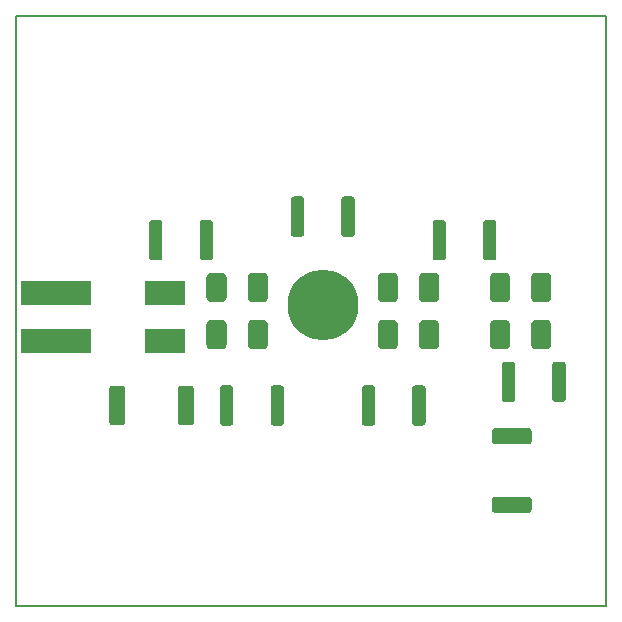
<source format=gbp>
%TF.GenerationSoftware,KiCad,Pcbnew,(6.0.0-rc1-dev-1-g01c5bdfb8)*%
%TF.CreationDate,2019-02-25T13:54:40+01:00*%
%TF.ProjectId,Statikplatte,53746174696B706C617474652E6B6963,rev?*%
%TF.SameCoordinates,Original*%
%TF.FileFunction,Paste,Bot*%
%TF.FilePolarity,Positive*%
%FSLAX46Y46*%
G04 Gerber Fmt 4.6, Leading zero omitted, Abs format (unit mm)*
G04 Created by KiCad (PCBNEW (6.0.0-rc1-dev-1-g01c5bdfb8)) date Mon Feb 25 13:54:40 2019*
%MOMM*%
%LPD*%
G01*
G04 APERTURE LIST*
%ADD10C,0.150000*%
%ADD11C,0.100000*%
%ADD12C,1.350000*%
%ADD13R,3.500000X2.000000*%
%ADD14R,6.000000X2.000000*%
%ADD15C,6.000000*%
%ADD16C,1.125000*%
%ADD17C,1.700000*%
G04 APERTURE END LIST*
D10*
X125000000Y-75000000D02*
X175000000Y-75000000D01*
X175000000Y-75000000D02*
X175000000Y-125000000D01*
X125000000Y-125000000D02*
X175000000Y-125000000D01*
X125000000Y-75000000D02*
X125000000Y-125000000D01*
D11*
G36*
X168449505Y-109926204D02*
X168473773Y-109929804D01*
X168497572Y-109935765D01*
X168520671Y-109944030D01*
X168542850Y-109954520D01*
X168563893Y-109967132D01*
X168583599Y-109981747D01*
X168601777Y-109998223D01*
X168618253Y-110016401D01*
X168632868Y-110036107D01*
X168645480Y-110057150D01*
X168655970Y-110079329D01*
X168664235Y-110102428D01*
X168670196Y-110126227D01*
X168673796Y-110150495D01*
X168675000Y-110174999D01*
X168675000Y-111025001D01*
X168673796Y-111049505D01*
X168670196Y-111073773D01*
X168664235Y-111097572D01*
X168655970Y-111120671D01*
X168645480Y-111142850D01*
X168632868Y-111163893D01*
X168618253Y-111183599D01*
X168601777Y-111201777D01*
X168583599Y-111218253D01*
X168563893Y-111232868D01*
X168542850Y-111245480D01*
X168520671Y-111255970D01*
X168497572Y-111264235D01*
X168473773Y-111270196D01*
X168449505Y-111273796D01*
X168425001Y-111275000D01*
X165574999Y-111275000D01*
X165550495Y-111273796D01*
X165526227Y-111270196D01*
X165502428Y-111264235D01*
X165479329Y-111255970D01*
X165457150Y-111245480D01*
X165436107Y-111232868D01*
X165416401Y-111218253D01*
X165398223Y-111201777D01*
X165381747Y-111183599D01*
X165367132Y-111163893D01*
X165354520Y-111142850D01*
X165344030Y-111120671D01*
X165335765Y-111097572D01*
X165329804Y-111073773D01*
X165326204Y-111049505D01*
X165325000Y-111025001D01*
X165325000Y-110174999D01*
X165326204Y-110150495D01*
X165329804Y-110126227D01*
X165335765Y-110102428D01*
X165344030Y-110079329D01*
X165354520Y-110057150D01*
X165367132Y-110036107D01*
X165381747Y-110016401D01*
X165398223Y-109998223D01*
X165416401Y-109981747D01*
X165436107Y-109967132D01*
X165457150Y-109954520D01*
X165479329Y-109944030D01*
X165502428Y-109935765D01*
X165526227Y-109929804D01*
X165550495Y-109926204D01*
X165574999Y-109925000D01*
X168425001Y-109925000D01*
X168449505Y-109926204D01*
X168449505Y-109926204D01*
G37*
D12*
X167000000Y-110600000D03*
D11*
G36*
X168449505Y-115726204D02*
X168473773Y-115729804D01*
X168497572Y-115735765D01*
X168520671Y-115744030D01*
X168542850Y-115754520D01*
X168563893Y-115767132D01*
X168583599Y-115781747D01*
X168601777Y-115798223D01*
X168618253Y-115816401D01*
X168632868Y-115836107D01*
X168645480Y-115857150D01*
X168655970Y-115879329D01*
X168664235Y-115902428D01*
X168670196Y-115926227D01*
X168673796Y-115950495D01*
X168675000Y-115974999D01*
X168675000Y-116825001D01*
X168673796Y-116849505D01*
X168670196Y-116873773D01*
X168664235Y-116897572D01*
X168655970Y-116920671D01*
X168645480Y-116942850D01*
X168632868Y-116963893D01*
X168618253Y-116983599D01*
X168601777Y-117001777D01*
X168583599Y-117018253D01*
X168563893Y-117032868D01*
X168542850Y-117045480D01*
X168520671Y-117055970D01*
X168497572Y-117064235D01*
X168473773Y-117070196D01*
X168449505Y-117073796D01*
X168425001Y-117075000D01*
X165574999Y-117075000D01*
X165550495Y-117073796D01*
X165526227Y-117070196D01*
X165502428Y-117064235D01*
X165479329Y-117055970D01*
X165457150Y-117045480D01*
X165436107Y-117032868D01*
X165416401Y-117018253D01*
X165398223Y-117001777D01*
X165381747Y-116983599D01*
X165367132Y-116963893D01*
X165354520Y-116942850D01*
X165344030Y-116920671D01*
X165335765Y-116897572D01*
X165329804Y-116873773D01*
X165326204Y-116849505D01*
X165325000Y-116825001D01*
X165325000Y-115974999D01*
X165326204Y-115950495D01*
X165329804Y-115926227D01*
X165335765Y-115902428D01*
X165344030Y-115879329D01*
X165354520Y-115857150D01*
X165367132Y-115836107D01*
X165381747Y-115816401D01*
X165398223Y-115798223D01*
X165416401Y-115781747D01*
X165436107Y-115767132D01*
X165457150Y-115754520D01*
X165479329Y-115744030D01*
X165502428Y-115735765D01*
X165526227Y-115729804D01*
X165550495Y-115726204D01*
X165574999Y-115725000D01*
X168425001Y-115725000D01*
X168449505Y-115726204D01*
X168449505Y-115726204D01*
G37*
D12*
X167000000Y-116400000D03*
D11*
G36*
X139849505Y-106326204D02*
X139873773Y-106329804D01*
X139897572Y-106335765D01*
X139920671Y-106344030D01*
X139942850Y-106354520D01*
X139963893Y-106367132D01*
X139983599Y-106381747D01*
X140001777Y-106398223D01*
X140018253Y-106416401D01*
X140032868Y-106436107D01*
X140045480Y-106457150D01*
X140055970Y-106479329D01*
X140064235Y-106502428D01*
X140070196Y-106526227D01*
X140073796Y-106550495D01*
X140075000Y-106574999D01*
X140075000Y-109425001D01*
X140073796Y-109449505D01*
X140070196Y-109473773D01*
X140064235Y-109497572D01*
X140055970Y-109520671D01*
X140045480Y-109542850D01*
X140032868Y-109563893D01*
X140018253Y-109583599D01*
X140001777Y-109601777D01*
X139983599Y-109618253D01*
X139963893Y-109632868D01*
X139942850Y-109645480D01*
X139920671Y-109655970D01*
X139897572Y-109664235D01*
X139873773Y-109670196D01*
X139849505Y-109673796D01*
X139825001Y-109675000D01*
X138974999Y-109675000D01*
X138950495Y-109673796D01*
X138926227Y-109670196D01*
X138902428Y-109664235D01*
X138879329Y-109655970D01*
X138857150Y-109645480D01*
X138836107Y-109632868D01*
X138816401Y-109618253D01*
X138798223Y-109601777D01*
X138781747Y-109583599D01*
X138767132Y-109563893D01*
X138754520Y-109542850D01*
X138744030Y-109520671D01*
X138735765Y-109497572D01*
X138729804Y-109473773D01*
X138726204Y-109449505D01*
X138725000Y-109425001D01*
X138725000Y-106574999D01*
X138726204Y-106550495D01*
X138729804Y-106526227D01*
X138735765Y-106502428D01*
X138744030Y-106479329D01*
X138754520Y-106457150D01*
X138767132Y-106436107D01*
X138781747Y-106416401D01*
X138798223Y-106398223D01*
X138816401Y-106381747D01*
X138836107Y-106367132D01*
X138857150Y-106354520D01*
X138879329Y-106344030D01*
X138902428Y-106335765D01*
X138926227Y-106329804D01*
X138950495Y-106326204D01*
X138974999Y-106325000D01*
X139825001Y-106325000D01*
X139849505Y-106326204D01*
X139849505Y-106326204D01*
G37*
D12*
X139400000Y-108000000D03*
D11*
G36*
X134049505Y-106326204D02*
X134073773Y-106329804D01*
X134097572Y-106335765D01*
X134120671Y-106344030D01*
X134142850Y-106354520D01*
X134163893Y-106367132D01*
X134183599Y-106381747D01*
X134201777Y-106398223D01*
X134218253Y-106416401D01*
X134232868Y-106436107D01*
X134245480Y-106457150D01*
X134255970Y-106479329D01*
X134264235Y-106502428D01*
X134270196Y-106526227D01*
X134273796Y-106550495D01*
X134275000Y-106574999D01*
X134275000Y-109425001D01*
X134273796Y-109449505D01*
X134270196Y-109473773D01*
X134264235Y-109497572D01*
X134255970Y-109520671D01*
X134245480Y-109542850D01*
X134232868Y-109563893D01*
X134218253Y-109583599D01*
X134201777Y-109601777D01*
X134183599Y-109618253D01*
X134163893Y-109632868D01*
X134142850Y-109645480D01*
X134120671Y-109655970D01*
X134097572Y-109664235D01*
X134073773Y-109670196D01*
X134049505Y-109673796D01*
X134025001Y-109675000D01*
X133174999Y-109675000D01*
X133150495Y-109673796D01*
X133126227Y-109670196D01*
X133102428Y-109664235D01*
X133079329Y-109655970D01*
X133057150Y-109645480D01*
X133036107Y-109632868D01*
X133016401Y-109618253D01*
X132998223Y-109601777D01*
X132981747Y-109583599D01*
X132967132Y-109563893D01*
X132954520Y-109542850D01*
X132944030Y-109520671D01*
X132935765Y-109497572D01*
X132929804Y-109473773D01*
X132926204Y-109449505D01*
X132925000Y-109425001D01*
X132925000Y-106574999D01*
X132926204Y-106550495D01*
X132929804Y-106526227D01*
X132935765Y-106502428D01*
X132944030Y-106479329D01*
X132954520Y-106457150D01*
X132967132Y-106436107D01*
X132981747Y-106416401D01*
X132998223Y-106398223D01*
X133016401Y-106381747D01*
X133036107Y-106367132D01*
X133057150Y-106354520D01*
X133079329Y-106344030D01*
X133102428Y-106335765D01*
X133126227Y-106329804D01*
X133150495Y-106326204D01*
X133174999Y-106325000D01*
X134025001Y-106325000D01*
X134049505Y-106326204D01*
X134049505Y-106326204D01*
G37*
D12*
X133600000Y-108000000D03*
D13*
X137625000Y-98500000D03*
X137625000Y-102500000D03*
D14*
X128375000Y-98500000D03*
X128375000Y-102500000D03*
D15*
X151000000Y-99500000D03*
D11*
G36*
X143199505Y-106301204D02*
X143223773Y-106304804D01*
X143247572Y-106310765D01*
X143270671Y-106319030D01*
X143292850Y-106329520D01*
X143313893Y-106342132D01*
X143333599Y-106356747D01*
X143351777Y-106373223D01*
X143368253Y-106391401D01*
X143382868Y-106411107D01*
X143395480Y-106432150D01*
X143405970Y-106454329D01*
X143414235Y-106477428D01*
X143420196Y-106501227D01*
X143423796Y-106525495D01*
X143425000Y-106549999D01*
X143425000Y-109450001D01*
X143423796Y-109474505D01*
X143420196Y-109498773D01*
X143414235Y-109522572D01*
X143405970Y-109545671D01*
X143395480Y-109567850D01*
X143382868Y-109588893D01*
X143368253Y-109608599D01*
X143351777Y-109626777D01*
X143333599Y-109643253D01*
X143313893Y-109657868D01*
X143292850Y-109670480D01*
X143270671Y-109680970D01*
X143247572Y-109689235D01*
X143223773Y-109695196D01*
X143199505Y-109698796D01*
X143175001Y-109700000D01*
X142549999Y-109700000D01*
X142525495Y-109698796D01*
X142501227Y-109695196D01*
X142477428Y-109689235D01*
X142454329Y-109680970D01*
X142432150Y-109670480D01*
X142411107Y-109657868D01*
X142391401Y-109643253D01*
X142373223Y-109626777D01*
X142356747Y-109608599D01*
X142342132Y-109588893D01*
X142329520Y-109567850D01*
X142319030Y-109545671D01*
X142310765Y-109522572D01*
X142304804Y-109498773D01*
X142301204Y-109474505D01*
X142300000Y-109450001D01*
X142300000Y-106549999D01*
X142301204Y-106525495D01*
X142304804Y-106501227D01*
X142310765Y-106477428D01*
X142319030Y-106454329D01*
X142329520Y-106432150D01*
X142342132Y-106411107D01*
X142356747Y-106391401D01*
X142373223Y-106373223D01*
X142391401Y-106356747D01*
X142411107Y-106342132D01*
X142432150Y-106329520D01*
X142454329Y-106319030D01*
X142477428Y-106310765D01*
X142501227Y-106304804D01*
X142525495Y-106301204D01*
X142549999Y-106300000D01*
X143175001Y-106300000D01*
X143199505Y-106301204D01*
X143199505Y-106301204D01*
G37*
D16*
X142862500Y-108000000D03*
D11*
G36*
X147474505Y-106301204D02*
X147498773Y-106304804D01*
X147522572Y-106310765D01*
X147545671Y-106319030D01*
X147567850Y-106329520D01*
X147588893Y-106342132D01*
X147608599Y-106356747D01*
X147626777Y-106373223D01*
X147643253Y-106391401D01*
X147657868Y-106411107D01*
X147670480Y-106432150D01*
X147680970Y-106454329D01*
X147689235Y-106477428D01*
X147695196Y-106501227D01*
X147698796Y-106525495D01*
X147700000Y-106549999D01*
X147700000Y-109450001D01*
X147698796Y-109474505D01*
X147695196Y-109498773D01*
X147689235Y-109522572D01*
X147680970Y-109545671D01*
X147670480Y-109567850D01*
X147657868Y-109588893D01*
X147643253Y-109608599D01*
X147626777Y-109626777D01*
X147608599Y-109643253D01*
X147588893Y-109657868D01*
X147567850Y-109670480D01*
X147545671Y-109680970D01*
X147522572Y-109689235D01*
X147498773Y-109695196D01*
X147474505Y-109698796D01*
X147450001Y-109700000D01*
X146824999Y-109700000D01*
X146800495Y-109698796D01*
X146776227Y-109695196D01*
X146752428Y-109689235D01*
X146729329Y-109680970D01*
X146707150Y-109670480D01*
X146686107Y-109657868D01*
X146666401Y-109643253D01*
X146648223Y-109626777D01*
X146631747Y-109608599D01*
X146617132Y-109588893D01*
X146604520Y-109567850D01*
X146594030Y-109545671D01*
X146585765Y-109522572D01*
X146579804Y-109498773D01*
X146576204Y-109474505D01*
X146575000Y-109450001D01*
X146575000Y-106549999D01*
X146576204Y-106525495D01*
X146579804Y-106501227D01*
X146585765Y-106477428D01*
X146594030Y-106454329D01*
X146604520Y-106432150D01*
X146617132Y-106411107D01*
X146631747Y-106391401D01*
X146648223Y-106373223D01*
X146666401Y-106356747D01*
X146686107Y-106342132D01*
X146707150Y-106329520D01*
X146729329Y-106319030D01*
X146752428Y-106310765D01*
X146776227Y-106304804D01*
X146800495Y-106301204D01*
X146824999Y-106300000D01*
X147450001Y-106300000D01*
X147474505Y-106301204D01*
X147474505Y-106301204D01*
G37*
D16*
X147137500Y-108000000D03*
D11*
G36*
X149199505Y-90301204D02*
X149223773Y-90304804D01*
X149247572Y-90310765D01*
X149270671Y-90319030D01*
X149292850Y-90329520D01*
X149313893Y-90342132D01*
X149333599Y-90356747D01*
X149351777Y-90373223D01*
X149368253Y-90391401D01*
X149382868Y-90411107D01*
X149395480Y-90432150D01*
X149405970Y-90454329D01*
X149414235Y-90477428D01*
X149420196Y-90501227D01*
X149423796Y-90525495D01*
X149425000Y-90549999D01*
X149425000Y-93450001D01*
X149423796Y-93474505D01*
X149420196Y-93498773D01*
X149414235Y-93522572D01*
X149405970Y-93545671D01*
X149395480Y-93567850D01*
X149382868Y-93588893D01*
X149368253Y-93608599D01*
X149351777Y-93626777D01*
X149333599Y-93643253D01*
X149313893Y-93657868D01*
X149292850Y-93670480D01*
X149270671Y-93680970D01*
X149247572Y-93689235D01*
X149223773Y-93695196D01*
X149199505Y-93698796D01*
X149175001Y-93700000D01*
X148549999Y-93700000D01*
X148525495Y-93698796D01*
X148501227Y-93695196D01*
X148477428Y-93689235D01*
X148454329Y-93680970D01*
X148432150Y-93670480D01*
X148411107Y-93657868D01*
X148391401Y-93643253D01*
X148373223Y-93626777D01*
X148356747Y-93608599D01*
X148342132Y-93588893D01*
X148329520Y-93567850D01*
X148319030Y-93545671D01*
X148310765Y-93522572D01*
X148304804Y-93498773D01*
X148301204Y-93474505D01*
X148300000Y-93450001D01*
X148300000Y-90549999D01*
X148301204Y-90525495D01*
X148304804Y-90501227D01*
X148310765Y-90477428D01*
X148319030Y-90454329D01*
X148329520Y-90432150D01*
X148342132Y-90411107D01*
X148356747Y-90391401D01*
X148373223Y-90373223D01*
X148391401Y-90356747D01*
X148411107Y-90342132D01*
X148432150Y-90329520D01*
X148454329Y-90319030D01*
X148477428Y-90310765D01*
X148501227Y-90304804D01*
X148525495Y-90301204D01*
X148549999Y-90300000D01*
X149175001Y-90300000D01*
X149199505Y-90301204D01*
X149199505Y-90301204D01*
G37*
D16*
X148862500Y-92000000D03*
D11*
G36*
X153474505Y-90301204D02*
X153498773Y-90304804D01*
X153522572Y-90310765D01*
X153545671Y-90319030D01*
X153567850Y-90329520D01*
X153588893Y-90342132D01*
X153608599Y-90356747D01*
X153626777Y-90373223D01*
X153643253Y-90391401D01*
X153657868Y-90411107D01*
X153670480Y-90432150D01*
X153680970Y-90454329D01*
X153689235Y-90477428D01*
X153695196Y-90501227D01*
X153698796Y-90525495D01*
X153700000Y-90549999D01*
X153700000Y-93450001D01*
X153698796Y-93474505D01*
X153695196Y-93498773D01*
X153689235Y-93522572D01*
X153680970Y-93545671D01*
X153670480Y-93567850D01*
X153657868Y-93588893D01*
X153643253Y-93608599D01*
X153626777Y-93626777D01*
X153608599Y-93643253D01*
X153588893Y-93657868D01*
X153567850Y-93670480D01*
X153545671Y-93680970D01*
X153522572Y-93689235D01*
X153498773Y-93695196D01*
X153474505Y-93698796D01*
X153450001Y-93700000D01*
X152824999Y-93700000D01*
X152800495Y-93698796D01*
X152776227Y-93695196D01*
X152752428Y-93689235D01*
X152729329Y-93680970D01*
X152707150Y-93670480D01*
X152686107Y-93657868D01*
X152666401Y-93643253D01*
X152648223Y-93626777D01*
X152631747Y-93608599D01*
X152617132Y-93588893D01*
X152604520Y-93567850D01*
X152594030Y-93545671D01*
X152585765Y-93522572D01*
X152579804Y-93498773D01*
X152576204Y-93474505D01*
X152575000Y-93450001D01*
X152575000Y-90549999D01*
X152576204Y-90525495D01*
X152579804Y-90501227D01*
X152585765Y-90477428D01*
X152594030Y-90454329D01*
X152604520Y-90432150D01*
X152617132Y-90411107D01*
X152631747Y-90391401D01*
X152648223Y-90373223D01*
X152666401Y-90356747D01*
X152686107Y-90342132D01*
X152707150Y-90329520D01*
X152729329Y-90319030D01*
X152752428Y-90310765D01*
X152776227Y-90304804D01*
X152800495Y-90301204D01*
X152824999Y-90300000D01*
X153450001Y-90300000D01*
X153474505Y-90301204D01*
X153474505Y-90301204D01*
G37*
D16*
X153137500Y-92000000D03*
D11*
G36*
X155199505Y-106301204D02*
X155223773Y-106304804D01*
X155247572Y-106310765D01*
X155270671Y-106319030D01*
X155292850Y-106329520D01*
X155313893Y-106342132D01*
X155333599Y-106356747D01*
X155351777Y-106373223D01*
X155368253Y-106391401D01*
X155382868Y-106411107D01*
X155395480Y-106432150D01*
X155405970Y-106454329D01*
X155414235Y-106477428D01*
X155420196Y-106501227D01*
X155423796Y-106525495D01*
X155425000Y-106549999D01*
X155425000Y-109450001D01*
X155423796Y-109474505D01*
X155420196Y-109498773D01*
X155414235Y-109522572D01*
X155405970Y-109545671D01*
X155395480Y-109567850D01*
X155382868Y-109588893D01*
X155368253Y-109608599D01*
X155351777Y-109626777D01*
X155333599Y-109643253D01*
X155313893Y-109657868D01*
X155292850Y-109670480D01*
X155270671Y-109680970D01*
X155247572Y-109689235D01*
X155223773Y-109695196D01*
X155199505Y-109698796D01*
X155175001Y-109700000D01*
X154549999Y-109700000D01*
X154525495Y-109698796D01*
X154501227Y-109695196D01*
X154477428Y-109689235D01*
X154454329Y-109680970D01*
X154432150Y-109670480D01*
X154411107Y-109657868D01*
X154391401Y-109643253D01*
X154373223Y-109626777D01*
X154356747Y-109608599D01*
X154342132Y-109588893D01*
X154329520Y-109567850D01*
X154319030Y-109545671D01*
X154310765Y-109522572D01*
X154304804Y-109498773D01*
X154301204Y-109474505D01*
X154300000Y-109450001D01*
X154300000Y-106549999D01*
X154301204Y-106525495D01*
X154304804Y-106501227D01*
X154310765Y-106477428D01*
X154319030Y-106454329D01*
X154329520Y-106432150D01*
X154342132Y-106411107D01*
X154356747Y-106391401D01*
X154373223Y-106373223D01*
X154391401Y-106356747D01*
X154411107Y-106342132D01*
X154432150Y-106329520D01*
X154454329Y-106319030D01*
X154477428Y-106310765D01*
X154501227Y-106304804D01*
X154525495Y-106301204D01*
X154549999Y-106300000D01*
X155175001Y-106300000D01*
X155199505Y-106301204D01*
X155199505Y-106301204D01*
G37*
D16*
X154862500Y-108000000D03*
D11*
G36*
X159474505Y-106301204D02*
X159498773Y-106304804D01*
X159522572Y-106310765D01*
X159545671Y-106319030D01*
X159567850Y-106329520D01*
X159588893Y-106342132D01*
X159608599Y-106356747D01*
X159626777Y-106373223D01*
X159643253Y-106391401D01*
X159657868Y-106411107D01*
X159670480Y-106432150D01*
X159680970Y-106454329D01*
X159689235Y-106477428D01*
X159695196Y-106501227D01*
X159698796Y-106525495D01*
X159700000Y-106549999D01*
X159700000Y-109450001D01*
X159698796Y-109474505D01*
X159695196Y-109498773D01*
X159689235Y-109522572D01*
X159680970Y-109545671D01*
X159670480Y-109567850D01*
X159657868Y-109588893D01*
X159643253Y-109608599D01*
X159626777Y-109626777D01*
X159608599Y-109643253D01*
X159588893Y-109657868D01*
X159567850Y-109670480D01*
X159545671Y-109680970D01*
X159522572Y-109689235D01*
X159498773Y-109695196D01*
X159474505Y-109698796D01*
X159450001Y-109700000D01*
X158824999Y-109700000D01*
X158800495Y-109698796D01*
X158776227Y-109695196D01*
X158752428Y-109689235D01*
X158729329Y-109680970D01*
X158707150Y-109670480D01*
X158686107Y-109657868D01*
X158666401Y-109643253D01*
X158648223Y-109626777D01*
X158631747Y-109608599D01*
X158617132Y-109588893D01*
X158604520Y-109567850D01*
X158594030Y-109545671D01*
X158585765Y-109522572D01*
X158579804Y-109498773D01*
X158576204Y-109474505D01*
X158575000Y-109450001D01*
X158575000Y-106549999D01*
X158576204Y-106525495D01*
X158579804Y-106501227D01*
X158585765Y-106477428D01*
X158594030Y-106454329D01*
X158604520Y-106432150D01*
X158617132Y-106411107D01*
X158631747Y-106391401D01*
X158648223Y-106373223D01*
X158666401Y-106356747D01*
X158686107Y-106342132D01*
X158707150Y-106329520D01*
X158729329Y-106319030D01*
X158752428Y-106310765D01*
X158776227Y-106304804D01*
X158800495Y-106301204D01*
X158824999Y-106300000D01*
X159450001Y-106300000D01*
X159474505Y-106301204D01*
X159474505Y-106301204D01*
G37*
D16*
X159137500Y-108000000D03*
D11*
G36*
X161199505Y-92301204D02*
X161223773Y-92304804D01*
X161247572Y-92310765D01*
X161270671Y-92319030D01*
X161292850Y-92329520D01*
X161313893Y-92342132D01*
X161333599Y-92356747D01*
X161351777Y-92373223D01*
X161368253Y-92391401D01*
X161382868Y-92411107D01*
X161395480Y-92432150D01*
X161405970Y-92454329D01*
X161414235Y-92477428D01*
X161420196Y-92501227D01*
X161423796Y-92525495D01*
X161425000Y-92549999D01*
X161425000Y-95450001D01*
X161423796Y-95474505D01*
X161420196Y-95498773D01*
X161414235Y-95522572D01*
X161405970Y-95545671D01*
X161395480Y-95567850D01*
X161382868Y-95588893D01*
X161368253Y-95608599D01*
X161351777Y-95626777D01*
X161333599Y-95643253D01*
X161313893Y-95657868D01*
X161292850Y-95670480D01*
X161270671Y-95680970D01*
X161247572Y-95689235D01*
X161223773Y-95695196D01*
X161199505Y-95698796D01*
X161175001Y-95700000D01*
X160549999Y-95700000D01*
X160525495Y-95698796D01*
X160501227Y-95695196D01*
X160477428Y-95689235D01*
X160454329Y-95680970D01*
X160432150Y-95670480D01*
X160411107Y-95657868D01*
X160391401Y-95643253D01*
X160373223Y-95626777D01*
X160356747Y-95608599D01*
X160342132Y-95588893D01*
X160329520Y-95567850D01*
X160319030Y-95545671D01*
X160310765Y-95522572D01*
X160304804Y-95498773D01*
X160301204Y-95474505D01*
X160300000Y-95450001D01*
X160300000Y-92549999D01*
X160301204Y-92525495D01*
X160304804Y-92501227D01*
X160310765Y-92477428D01*
X160319030Y-92454329D01*
X160329520Y-92432150D01*
X160342132Y-92411107D01*
X160356747Y-92391401D01*
X160373223Y-92373223D01*
X160391401Y-92356747D01*
X160411107Y-92342132D01*
X160432150Y-92329520D01*
X160454329Y-92319030D01*
X160477428Y-92310765D01*
X160501227Y-92304804D01*
X160525495Y-92301204D01*
X160549999Y-92300000D01*
X161175001Y-92300000D01*
X161199505Y-92301204D01*
X161199505Y-92301204D01*
G37*
D16*
X160862500Y-94000000D03*
D11*
G36*
X165474505Y-92301204D02*
X165498773Y-92304804D01*
X165522572Y-92310765D01*
X165545671Y-92319030D01*
X165567850Y-92329520D01*
X165588893Y-92342132D01*
X165608599Y-92356747D01*
X165626777Y-92373223D01*
X165643253Y-92391401D01*
X165657868Y-92411107D01*
X165670480Y-92432150D01*
X165680970Y-92454329D01*
X165689235Y-92477428D01*
X165695196Y-92501227D01*
X165698796Y-92525495D01*
X165700000Y-92549999D01*
X165700000Y-95450001D01*
X165698796Y-95474505D01*
X165695196Y-95498773D01*
X165689235Y-95522572D01*
X165680970Y-95545671D01*
X165670480Y-95567850D01*
X165657868Y-95588893D01*
X165643253Y-95608599D01*
X165626777Y-95626777D01*
X165608599Y-95643253D01*
X165588893Y-95657868D01*
X165567850Y-95670480D01*
X165545671Y-95680970D01*
X165522572Y-95689235D01*
X165498773Y-95695196D01*
X165474505Y-95698796D01*
X165450001Y-95700000D01*
X164824999Y-95700000D01*
X164800495Y-95698796D01*
X164776227Y-95695196D01*
X164752428Y-95689235D01*
X164729329Y-95680970D01*
X164707150Y-95670480D01*
X164686107Y-95657868D01*
X164666401Y-95643253D01*
X164648223Y-95626777D01*
X164631747Y-95608599D01*
X164617132Y-95588893D01*
X164604520Y-95567850D01*
X164594030Y-95545671D01*
X164585765Y-95522572D01*
X164579804Y-95498773D01*
X164576204Y-95474505D01*
X164575000Y-95450001D01*
X164575000Y-92549999D01*
X164576204Y-92525495D01*
X164579804Y-92501227D01*
X164585765Y-92477428D01*
X164594030Y-92454329D01*
X164604520Y-92432150D01*
X164617132Y-92411107D01*
X164631747Y-92391401D01*
X164648223Y-92373223D01*
X164666401Y-92356747D01*
X164686107Y-92342132D01*
X164707150Y-92329520D01*
X164729329Y-92319030D01*
X164752428Y-92310765D01*
X164776227Y-92304804D01*
X164800495Y-92301204D01*
X164824999Y-92300000D01*
X165450001Y-92300000D01*
X165474505Y-92301204D01*
X165474505Y-92301204D01*
G37*
D16*
X165137500Y-94000000D03*
D11*
G36*
X167062005Y-104301204D02*
X167086273Y-104304804D01*
X167110072Y-104310765D01*
X167133171Y-104319030D01*
X167155350Y-104329520D01*
X167176393Y-104342132D01*
X167196099Y-104356747D01*
X167214277Y-104373223D01*
X167230753Y-104391401D01*
X167245368Y-104411107D01*
X167257980Y-104432150D01*
X167268470Y-104454329D01*
X167276735Y-104477428D01*
X167282696Y-104501227D01*
X167286296Y-104525495D01*
X167287500Y-104549999D01*
X167287500Y-107450001D01*
X167286296Y-107474505D01*
X167282696Y-107498773D01*
X167276735Y-107522572D01*
X167268470Y-107545671D01*
X167257980Y-107567850D01*
X167245368Y-107588893D01*
X167230753Y-107608599D01*
X167214277Y-107626777D01*
X167196099Y-107643253D01*
X167176393Y-107657868D01*
X167155350Y-107670480D01*
X167133171Y-107680970D01*
X167110072Y-107689235D01*
X167086273Y-107695196D01*
X167062005Y-107698796D01*
X167037501Y-107700000D01*
X166412499Y-107700000D01*
X166387995Y-107698796D01*
X166363727Y-107695196D01*
X166339928Y-107689235D01*
X166316829Y-107680970D01*
X166294650Y-107670480D01*
X166273607Y-107657868D01*
X166253901Y-107643253D01*
X166235723Y-107626777D01*
X166219247Y-107608599D01*
X166204632Y-107588893D01*
X166192020Y-107567850D01*
X166181530Y-107545671D01*
X166173265Y-107522572D01*
X166167304Y-107498773D01*
X166163704Y-107474505D01*
X166162500Y-107450001D01*
X166162500Y-104549999D01*
X166163704Y-104525495D01*
X166167304Y-104501227D01*
X166173265Y-104477428D01*
X166181530Y-104454329D01*
X166192020Y-104432150D01*
X166204632Y-104411107D01*
X166219247Y-104391401D01*
X166235723Y-104373223D01*
X166253901Y-104356747D01*
X166273607Y-104342132D01*
X166294650Y-104329520D01*
X166316829Y-104319030D01*
X166339928Y-104310765D01*
X166363727Y-104304804D01*
X166387995Y-104301204D01*
X166412499Y-104300000D01*
X167037501Y-104300000D01*
X167062005Y-104301204D01*
X167062005Y-104301204D01*
G37*
D16*
X166725000Y-106000000D03*
D11*
G36*
X171337005Y-104301204D02*
X171361273Y-104304804D01*
X171385072Y-104310765D01*
X171408171Y-104319030D01*
X171430350Y-104329520D01*
X171451393Y-104342132D01*
X171471099Y-104356747D01*
X171489277Y-104373223D01*
X171505753Y-104391401D01*
X171520368Y-104411107D01*
X171532980Y-104432150D01*
X171543470Y-104454329D01*
X171551735Y-104477428D01*
X171557696Y-104501227D01*
X171561296Y-104525495D01*
X171562500Y-104549999D01*
X171562500Y-107450001D01*
X171561296Y-107474505D01*
X171557696Y-107498773D01*
X171551735Y-107522572D01*
X171543470Y-107545671D01*
X171532980Y-107567850D01*
X171520368Y-107588893D01*
X171505753Y-107608599D01*
X171489277Y-107626777D01*
X171471099Y-107643253D01*
X171451393Y-107657868D01*
X171430350Y-107670480D01*
X171408171Y-107680970D01*
X171385072Y-107689235D01*
X171361273Y-107695196D01*
X171337005Y-107698796D01*
X171312501Y-107700000D01*
X170687499Y-107700000D01*
X170662995Y-107698796D01*
X170638727Y-107695196D01*
X170614928Y-107689235D01*
X170591829Y-107680970D01*
X170569650Y-107670480D01*
X170548607Y-107657868D01*
X170528901Y-107643253D01*
X170510723Y-107626777D01*
X170494247Y-107608599D01*
X170479632Y-107588893D01*
X170467020Y-107567850D01*
X170456530Y-107545671D01*
X170448265Y-107522572D01*
X170442304Y-107498773D01*
X170438704Y-107474505D01*
X170437500Y-107450001D01*
X170437500Y-104549999D01*
X170438704Y-104525495D01*
X170442304Y-104501227D01*
X170448265Y-104477428D01*
X170456530Y-104454329D01*
X170467020Y-104432150D01*
X170479632Y-104411107D01*
X170494247Y-104391401D01*
X170510723Y-104373223D01*
X170528901Y-104356747D01*
X170548607Y-104342132D01*
X170569650Y-104329520D01*
X170591829Y-104319030D01*
X170614928Y-104310765D01*
X170638727Y-104304804D01*
X170662995Y-104301204D01*
X170687499Y-104300000D01*
X171312501Y-104300000D01*
X171337005Y-104301204D01*
X171337005Y-104301204D01*
G37*
D16*
X171000000Y-106000000D03*
D11*
G36*
X145966657Y-96752046D02*
X146007913Y-96758166D01*
X146048371Y-96768300D01*
X146087640Y-96782351D01*
X146125344Y-96800183D01*
X146161117Y-96821625D01*
X146194617Y-96846471D01*
X146225520Y-96874480D01*
X146253529Y-96905383D01*
X146278375Y-96938883D01*
X146299817Y-96974656D01*
X146317649Y-97012360D01*
X146331700Y-97051629D01*
X146341834Y-97092087D01*
X146347954Y-97133343D01*
X146350000Y-97175000D01*
X146350000Y-98825000D01*
X146347954Y-98866657D01*
X146341834Y-98907913D01*
X146331700Y-98948371D01*
X146317649Y-98987640D01*
X146299817Y-99025344D01*
X146278375Y-99061117D01*
X146253529Y-99094617D01*
X146225520Y-99125520D01*
X146194617Y-99153529D01*
X146161117Y-99178375D01*
X146125344Y-99199817D01*
X146087640Y-99217649D01*
X146048371Y-99231700D01*
X146007913Y-99241834D01*
X145966657Y-99247954D01*
X145925000Y-99250000D01*
X145075000Y-99250000D01*
X145033343Y-99247954D01*
X144992087Y-99241834D01*
X144951629Y-99231700D01*
X144912360Y-99217649D01*
X144874656Y-99199817D01*
X144838883Y-99178375D01*
X144805383Y-99153529D01*
X144774480Y-99125520D01*
X144746471Y-99094617D01*
X144721625Y-99061117D01*
X144700183Y-99025344D01*
X144682351Y-98987640D01*
X144668300Y-98948371D01*
X144658166Y-98907913D01*
X144652046Y-98866657D01*
X144650000Y-98825000D01*
X144650000Y-97175000D01*
X144652046Y-97133343D01*
X144658166Y-97092087D01*
X144668300Y-97051629D01*
X144682351Y-97012360D01*
X144700183Y-96974656D01*
X144721625Y-96938883D01*
X144746471Y-96905383D01*
X144774480Y-96874480D01*
X144805383Y-96846471D01*
X144838883Y-96821625D01*
X144874656Y-96800183D01*
X144912360Y-96782351D01*
X144951629Y-96768300D01*
X144992087Y-96758166D01*
X145033343Y-96752046D01*
X145075000Y-96750000D01*
X145925000Y-96750000D01*
X145966657Y-96752046D01*
X145966657Y-96752046D01*
G37*
D17*
X145500000Y-98000000D03*
D11*
G36*
X145966657Y-100752046D02*
X146007913Y-100758166D01*
X146048371Y-100768300D01*
X146087640Y-100782351D01*
X146125344Y-100800183D01*
X146161117Y-100821625D01*
X146194617Y-100846471D01*
X146225520Y-100874480D01*
X146253529Y-100905383D01*
X146278375Y-100938883D01*
X146299817Y-100974656D01*
X146317649Y-101012360D01*
X146331700Y-101051629D01*
X146341834Y-101092087D01*
X146347954Y-101133343D01*
X146350000Y-101175000D01*
X146350000Y-102825000D01*
X146347954Y-102866657D01*
X146341834Y-102907913D01*
X146331700Y-102948371D01*
X146317649Y-102987640D01*
X146299817Y-103025344D01*
X146278375Y-103061117D01*
X146253529Y-103094617D01*
X146225520Y-103125520D01*
X146194617Y-103153529D01*
X146161117Y-103178375D01*
X146125344Y-103199817D01*
X146087640Y-103217649D01*
X146048371Y-103231700D01*
X146007913Y-103241834D01*
X145966657Y-103247954D01*
X145925000Y-103250000D01*
X145075000Y-103250000D01*
X145033343Y-103247954D01*
X144992087Y-103241834D01*
X144951629Y-103231700D01*
X144912360Y-103217649D01*
X144874656Y-103199817D01*
X144838883Y-103178375D01*
X144805383Y-103153529D01*
X144774480Y-103125520D01*
X144746471Y-103094617D01*
X144721625Y-103061117D01*
X144700183Y-103025344D01*
X144682351Y-102987640D01*
X144668300Y-102948371D01*
X144658166Y-102907913D01*
X144652046Y-102866657D01*
X144650000Y-102825000D01*
X144650000Y-101175000D01*
X144652046Y-101133343D01*
X144658166Y-101092087D01*
X144668300Y-101051629D01*
X144682351Y-101012360D01*
X144700183Y-100974656D01*
X144721625Y-100938883D01*
X144746471Y-100905383D01*
X144774480Y-100874480D01*
X144805383Y-100846471D01*
X144838883Y-100821625D01*
X144874656Y-100800183D01*
X144912360Y-100782351D01*
X144951629Y-100768300D01*
X144992087Y-100758166D01*
X145033343Y-100752046D01*
X145075000Y-100750000D01*
X145925000Y-100750000D01*
X145966657Y-100752046D01*
X145966657Y-100752046D01*
G37*
D17*
X145500000Y-102000000D03*
D11*
G36*
X156966657Y-100752046D02*
X157007913Y-100758166D01*
X157048371Y-100768300D01*
X157087640Y-100782351D01*
X157125344Y-100800183D01*
X157161117Y-100821625D01*
X157194617Y-100846471D01*
X157225520Y-100874480D01*
X157253529Y-100905383D01*
X157278375Y-100938883D01*
X157299817Y-100974656D01*
X157317649Y-101012360D01*
X157331700Y-101051629D01*
X157341834Y-101092087D01*
X157347954Y-101133343D01*
X157350000Y-101175000D01*
X157350000Y-102825000D01*
X157347954Y-102866657D01*
X157341834Y-102907913D01*
X157331700Y-102948371D01*
X157317649Y-102987640D01*
X157299817Y-103025344D01*
X157278375Y-103061117D01*
X157253529Y-103094617D01*
X157225520Y-103125520D01*
X157194617Y-103153529D01*
X157161117Y-103178375D01*
X157125344Y-103199817D01*
X157087640Y-103217649D01*
X157048371Y-103231700D01*
X157007913Y-103241834D01*
X156966657Y-103247954D01*
X156925000Y-103250000D01*
X156075000Y-103250000D01*
X156033343Y-103247954D01*
X155992087Y-103241834D01*
X155951629Y-103231700D01*
X155912360Y-103217649D01*
X155874656Y-103199817D01*
X155838883Y-103178375D01*
X155805383Y-103153529D01*
X155774480Y-103125520D01*
X155746471Y-103094617D01*
X155721625Y-103061117D01*
X155700183Y-103025344D01*
X155682351Y-102987640D01*
X155668300Y-102948371D01*
X155658166Y-102907913D01*
X155652046Y-102866657D01*
X155650000Y-102825000D01*
X155650000Y-101175000D01*
X155652046Y-101133343D01*
X155658166Y-101092087D01*
X155668300Y-101051629D01*
X155682351Y-101012360D01*
X155700183Y-100974656D01*
X155721625Y-100938883D01*
X155746471Y-100905383D01*
X155774480Y-100874480D01*
X155805383Y-100846471D01*
X155838883Y-100821625D01*
X155874656Y-100800183D01*
X155912360Y-100782351D01*
X155951629Y-100768300D01*
X155992087Y-100758166D01*
X156033343Y-100752046D01*
X156075000Y-100750000D01*
X156925000Y-100750000D01*
X156966657Y-100752046D01*
X156966657Y-100752046D01*
G37*
D17*
X156500000Y-102000000D03*
D11*
G36*
X156966657Y-96752046D02*
X157007913Y-96758166D01*
X157048371Y-96768300D01*
X157087640Y-96782351D01*
X157125344Y-96800183D01*
X157161117Y-96821625D01*
X157194617Y-96846471D01*
X157225520Y-96874480D01*
X157253529Y-96905383D01*
X157278375Y-96938883D01*
X157299817Y-96974656D01*
X157317649Y-97012360D01*
X157331700Y-97051629D01*
X157341834Y-97092087D01*
X157347954Y-97133343D01*
X157350000Y-97175000D01*
X157350000Y-98825000D01*
X157347954Y-98866657D01*
X157341834Y-98907913D01*
X157331700Y-98948371D01*
X157317649Y-98987640D01*
X157299817Y-99025344D01*
X157278375Y-99061117D01*
X157253529Y-99094617D01*
X157225520Y-99125520D01*
X157194617Y-99153529D01*
X157161117Y-99178375D01*
X157125344Y-99199817D01*
X157087640Y-99217649D01*
X157048371Y-99231700D01*
X157007913Y-99241834D01*
X156966657Y-99247954D01*
X156925000Y-99250000D01*
X156075000Y-99250000D01*
X156033343Y-99247954D01*
X155992087Y-99241834D01*
X155951629Y-99231700D01*
X155912360Y-99217649D01*
X155874656Y-99199817D01*
X155838883Y-99178375D01*
X155805383Y-99153529D01*
X155774480Y-99125520D01*
X155746471Y-99094617D01*
X155721625Y-99061117D01*
X155700183Y-99025344D01*
X155682351Y-98987640D01*
X155668300Y-98948371D01*
X155658166Y-98907913D01*
X155652046Y-98866657D01*
X155650000Y-98825000D01*
X155650000Y-97175000D01*
X155652046Y-97133343D01*
X155658166Y-97092087D01*
X155668300Y-97051629D01*
X155682351Y-97012360D01*
X155700183Y-96974656D01*
X155721625Y-96938883D01*
X155746471Y-96905383D01*
X155774480Y-96874480D01*
X155805383Y-96846471D01*
X155838883Y-96821625D01*
X155874656Y-96800183D01*
X155912360Y-96782351D01*
X155951629Y-96768300D01*
X155992087Y-96758166D01*
X156033343Y-96752046D01*
X156075000Y-96750000D01*
X156925000Y-96750000D01*
X156966657Y-96752046D01*
X156966657Y-96752046D01*
G37*
D17*
X156500000Y-98000000D03*
D11*
G36*
X160466657Y-96752046D02*
X160507913Y-96758166D01*
X160548371Y-96768300D01*
X160587640Y-96782351D01*
X160625344Y-96800183D01*
X160661117Y-96821625D01*
X160694617Y-96846471D01*
X160725520Y-96874480D01*
X160753529Y-96905383D01*
X160778375Y-96938883D01*
X160799817Y-96974656D01*
X160817649Y-97012360D01*
X160831700Y-97051629D01*
X160841834Y-97092087D01*
X160847954Y-97133343D01*
X160850000Y-97175000D01*
X160850000Y-98825000D01*
X160847954Y-98866657D01*
X160841834Y-98907913D01*
X160831700Y-98948371D01*
X160817649Y-98987640D01*
X160799817Y-99025344D01*
X160778375Y-99061117D01*
X160753529Y-99094617D01*
X160725520Y-99125520D01*
X160694617Y-99153529D01*
X160661117Y-99178375D01*
X160625344Y-99199817D01*
X160587640Y-99217649D01*
X160548371Y-99231700D01*
X160507913Y-99241834D01*
X160466657Y-99247954D01*
X160425000Y-99250000D01*
X159575000Y-99250000D01*
X159533343Y-99247954D01*
X159492087Y-99241834D01*
X159451629Y-99231700D01*
X159412360Y-99217649D01*
X159374656Y-99199817D01*
X159338883Y-99178375D01*
X159305383Y-99153529D01*
X159274480Y-99125520D01*
X159246471Y-99094617D01*
X159221625Y-99061117D01*
X159200183Y-99025344D01*
X159182351Y-98987640D01*
X159168300Y-98948371D01*
X159158166Y-98907913D01*
X159152046Y-98866657D01*
X159150000Y-98825000D01*
X159150000Y-97175000D01*
X159152046Y-97133343D01*
X159158166Y-97092087D01*
X159168300Y-97051629D01*
X159182351Y-97012360D01*
X159200183Y-96974656D01*
X159221625Y-96938883D01*
X159246471Y-96905383D01*
X159274480Y-96874480D01*
X159305383Y-96846471D01*
X159338883Y-96821625D01*
X159374656Y-96800183D01*
X159412360Y-96782351D01*
X159451629Y-96768300D01*
X159492087Y-96758166D01*
X159533343Y-96752046D01*
X159575000Y-96750000D01*
X160425000Y-96750000D01*
X160466657Y-96752046D01*
X160466657Y-96752046D01*
G37*
D17*
X160000000Y-98000000D03*
D11*
G36*
X160466657Y-100752046D02*
X160507913Y-100758166D01*
X160548371Y-100768300D01*
X160587640Y-100782351D01*
X160625344Y-100800183D01*
X160661117Y-100821625D01*
X160694617Y-100846471D01*
X160725520Y-100874480D01*
X160753529Y-100905383D01*
X160778375Y-100938883D01*
X160799817Y-100974656D01*
X160817649Y-101012360D01*
X160831700Y-101051629D01*
X160841834Y-101092087D01*
X160847954Y-101133343D01*
X160850000Y-101175000D01*
X160850000Y-102825000D01*
X160847954Y-102866657D01*
X160841834Y-102907913D01*
X160831700Y-102948371D01*
X160817649Y-102987640D01*
X160799817Y-103025344D01*
X160778375Y-103061117D01*
X160753529Y-103094617D01*
X160725520Y-103125520D01*
X160694617Y-103153529D01*
X160661117Y-103178375D01*
X160625344Y-103199817D01*
X160587640Y-103217649D01*
X160548371Y-103231700D01*
X160507913Y-103241834D01*
X160466657Y-103247954D01*
X160425000Y-103250000D01*
X159575000Y-103250000D01*
X159533343Y-103247954D01*
X159492087Y-103241834D01*
X159451629Y-103231700D01*
X159412360Y-103217649D01*
X159374656Y-103199817D01*
X159338883Y-103178375D01*
X159305383Y-103153529D01*
X159274480Y-103125520D01*
X159246471Y-103094617D01*
X159221625Y-103061117D01*
X159200183Y-103025344D01*
X159182351Y-102987640D01*
X159168300Y-102948371D01*
X159158166Y-102907913D01*
X159152046Y-102866657D01*
X159150000Y-102825000D01*
X159150000Y-101175000D01*
X159152046Y-101133343D01*
X159158166Y-101092087D01*
X159168300Y-101051629D01*
X159182351Y-101012360D01*
X159200183Y-100974656D01*
X159221625Y-100938883D01*
X159246471Y-100905383D01*
X159274480Y-100874480D01*
X159305383Y-100846471D01*
X159338883Y-100821625D01*
X159374656Y-100800183D01*
X159412360Y-100782351D01*
X159451629Y-100768300D01*
X159492087Y-100758166D01*
X159533343Y-100752046D01*
X159575000Y-100750000D01*
X160425000Y-100750000D01*
X160466657Y-100752046D01*
X160466657Y-100752046D01*
G37*
D17*
X160000000Y-102000000D03*
D11*
G36*
X166466657Y-100752046D02*
X166507913Y-100758166D01*
X166548371Y-100768300D01*
X166587640Y-100782351D01*
X166625344Y-100800183D01*
X166661117Y-100821625D01*
X166694617Y-100846471D01*
X166725520Y-100874480D01*
X166753529Y-100905383D01*
X166778375Y-100938883D01*
X166799817Y-100974656D01*
X166817649Y-101012360D01*
X166831700Y-101051629D01*
X166841834Y-101092087D01*
X166847954Y-101133343D01*
X166850000Y-101175000D01*
X166850000Y-102825000D01*
X166847954Y-102866657D01*
X166841834Y-102907913D01*
X166831700Y-102948371D01*
X166817649Y-102987640D01*
X166799817Y-103025344D01*
X166778375Y-103061117D01*
X166753529Y-103094617D01*
X166725520Y-103125520D01*
X166694617Y-103153529D01*
X166661117Y-103178375D01*
X166625344Y-103199817D01*
X166587640Y-103217649D01*
X166548371Y-103231700D01*
X166507913Y-103241834D01*
X166466657Y-103247954D01*
X166425000Y-103250000D01*
X165575000Y-103250000D01*
X165533343Y-103247954D01*
X165492087Y-103241834D01*
X165451629Y-103231700D01*
X165412360Y-103217649D01*
X165374656Y-103199817D01*
X165338883Y-103178375D01*
X165305383Y-103153529D01*
X165274480Y-103125520D01*
X165246471Y-103094617D01*
X165221625Y-103061117D01*
X165200183Y-103025344D01*
X165182351Y-102987640D01*
X165168300Y-102948371D01*
X165158166Y-102907913D01*
X165152046Y-102866657D01*
X165150000Y-102825000D01*
X165150000Y-101175000D01*
X165152046Y-101133343D01*
X165158166Y-101092087D01*
X165168300Y-101051629D01*
X165182351Y-101012360D01*
X165200183Y-100974656D01*
X165221625Y-100938883D01*
X165246471Y-100905383D01*
X165274480Y-100874480D01*
X165305383Y-100846471D01*
X165338883Y-100821625D01*
X165374656Y-100800183D01*
X165412360Y-100782351D01*
X165451629Y-100768300D01*
X165492087Y-100758166D01*
X165533343Y-100752046D01*
X165575000Y-100750000D01*
X166425000Y-100750000D01*
X166466657Y-100752046D01*
X166466657Y-100752046D01*
G37*
D17*
X166000000Y-102000000D03*
D11*
G36*
X166466657Y-96752046D02*
X166507913Y-96758166D01*
X166548371Y-96768300D01*
X166587640Y-96782351D01*
X166625344Y-96800183D01*
X166661117Y-96821625D01*
X166694617Y-96846471D01*
X166725520Y-96874480D01*
X166753529Y-96905383D01*
X166778375Y-96938883D01*
X166799817Y-96974656D01*
X166817649Y-97012360D01*
X166831700Y-97051629D01*
X166841834Y-97092087D01*
X166847954Y-97133343D01*
X166850000Y-97175000D01*
X166850000Y-98825000D01*
X166847954Y-98866657D01*
X166841834Y-98907913D01*
X166831700Y-98948371D01*
X166817649Y-98987640D01*
X166799817Y-99025344D01*
X166778375Y-99061117D01*
X166753529Y-99094617D01*
X166725520Y-99125520D01*
X166694617Y-99153529D01*
X166661117Y-99178375D01*
X166625344Y-99199817D01*
X166587640Y-99217649D01*
X166548371Y-99231700D01*
X166507913Y-99241834D01*
X166466657Y-99247954D01*
X166425000Y-99250000D01*
X165575000Y-99250000D01*
X165533343Y-99247954D01*
X165492087Y-99241834D01*
X165451629Y-99231700D01*
X165412360Y-99217649D01*
X165374656Y-99199817D01*
X165338883Y-99178375D01*
X165305383Y-99153529D01*
X165274480Y-99125520D01*
X165246471Y-99094617D01*
X165221625Y-99061117D01*
X165200183Y-99025344D01*
X165182351Y-98987640D01*
X165168300Y-98948371D01*
X165158166Y-98907913D01*
X165152046Y-98866657D01*
X165150000Y-98825000D01*
X165150000Y-97175000D01*
X165152046Y-97133343D01*
X165158166Y-97092087D01*
X165168300Y-97051629D01*
X165182351Y-97012360D01*
X165200183Y-96974656D01*
X165221625Y-96938883D01*
X165246471Y-96905383D01*
X165274480Y-96874480D01*
X165305383Y-96846471D01*
X165338883Y-96821625D01*
X165374656Y-96800183D01*
X165412360Y-96782351D01*
X165451629Y-96768300D01*
X165492087Y-96758166D01*
X165533343Y-96752046D01*
X165575000Y-96750000D01*
X166425000Y-96750000D01*
X166466657Y-96752046D01*
X166466657Y-96752046D01*
G37*
D17*
X166000000Y-98000000D03*
D11*
G36*
X169966657Y-96752046D02*
X170007913Y-96758166D01*
X170048371Y-96768300D01*
X170087640Y-96782351D01*
X170125344Y-96800183D01*
X170161117Y-96821625D01*
X170194617Y-96846471D01*
X170225520Y-96874480D01*
X170253529Y-96905383D01*
X170278375Y-96938883D01*
X170299817Y-96974656D01*
X170317649Y-97012360D01*
X170331700Y-97051629D01*
X170341834Y-97092087D01*
X170347954Y-97133343D01*
X170350000Y-97175000D01*
X170350000Y-98825000D01*
X170347954Y-98866657D01*
X170341834Y-98907913D01*
X170331700Y-98948371D01*
X170317649Y-98987640D01*
X170299817Y-99025344D01*
X170278375Y-99061117D01*
X170253529Y-99094617D01*
X170225520Y-99125520D01*
X170194617Y-99153529D01*
X170161117Y-99178375D01*
X170125344Y-99199817D01*
X170087640Y-99217649D01*
X170048371Y-99231700D01*
X170007913Y-99241834D01*
X169966657Y-99247954D01*
X169925000Y-99250000D01*
X169075000Y-99250000D01*
X169033343Y-99247954D01*
X168992087Y-99241834D01*
X168951629Y-99231700D01*
X168912360Y-99217649D01*
X168874656Y-99199817D01*
X168838883Y-99178375D01*
X168805383Y-99153529D01*
X168774480Y-99125520D01*
X168746471Y-99094617D01*
X168721625Y-99061117D01*
X168700183Y-99025344D01*
X168682351Y-98987640D01*
X168668300Y-98948371D01*
X168658166Y-98907913D01*
X168652046Y-98866657D01*
X168650000Y-98825000D01*
X168650000Y-97175000D01*
X168652046Y-97133343D01*
X168658166Y-97092087D01*
X168668300Y-97051629D01*
X168682351Y-97012360D01*
X168700183Y-96974656D01*
X168721625Y-96938883D01*
X168746471Y-96905383D01*
X168774480Y-96874480D01*
X168805383Y-96846471D01*
X168838883Y-96821625D01*
X168874656Y-96800183D01*
X168912360Y-96782351D01*
X168951629Y-96768300D01*
X168992087Y-96758166D01*
X169033343Y-96752046D01*
X169075000Y-96750000D01*
X169925000Y-96750000D01*
X169966657Y-96752046D01*
X169966657Y-96752046D01*
G37*
D17*
X169500000Y-98000000D03*
D11*
G36*
X169966657Y-100752046D02*
X170007913Y-100758166D01*
X170048371Y-100768300D01*
X170087640Y-100782351D01*
X170125344Y-100800183D01*
X170161117Y-100821625D01*
X170194617Y-100846471D01*
X170225520Y-100874480D01*
X170253529Y-100905383D01*
X170278375Y-100938883D01*
X170299817Y-100974656D01*
X170317649Y-101012360D01*
X170331700Y-101051629D01*
X170341834Y-101092087D01*
X170347954Y-101133343D01*
X170350000Y-101175000D01*
X170350000Y-102825000D01*
X170347954Y-102866657D01*
X170341834Y-102907913D01*
X170331700Y-102948371D01*
X170317649Y-102987640D01*
X170299817Y-103025344D01*
X170278375Y-103061117D01*
X170253529Y-103094617D01*
X170225520Y-103125520D01*
X170194617Y-103153529D01*
X170161117Y-103178375D01*
X170125344Y-103199817D01*
X170087640Y-103217649D01*
X170048371Y-103231700D01*
X170007913Y-103241834D01*
X169966657Y-103247954D01*
X169925000Y-103250000D01*
X169075000Y-103250000D01*
X169033343Y-103247954D01*
X168992087Y-103241834D01*
X168951629Y-103231700D01*
X168912360Y-103217649D01*
X168874656Y-103199817D01*
X168838883Y-103178375D01*
X168805383Y-103153529D01*
X168774480Y-103125520D01*
X168746471Y-103094617D01*
X168721625Y-103061117D01*
X168700183Y-103025344D01*
X168682351Y-102987640D01*
X168668300Y-102948371D01*
X168658166Y-102907913D01*
X168652046Y-102866657D01*
X168650000Y-102825000D01*
X168650000Y-101175000D01*
X168652046Y-101133343D01*
X168658166Y-101092087D01*
X168668300Y-101051629D01*
X168682351Y-101012360D01*
X168700183Y-100974656D01*
X168721625Y-100938883D01*
X168746471Y-100905383D01*
X168774480Y-100874480D01*
X168805383Y-100846471D01*
X168838883Y-100821625D01*
X168874656Y-100800183D01*
X168912360Y-100782351D01*
X168951629Y-100768300D01*
X168992087Y-100758166D01*
X169033343Y-100752046D01*
X169075000Y-100750000D01*
X169925000Y-100750000D01*
X169966657Y-100752046D01*
X169966657Y-100752046D01*
G37*
D17*
X169500000Y-102000000D03*
D11*
G36*
X137199505Y-92301204D02*
X137223773Y-92304804D01*
X137247572Y-92310765D01*
X137270671Y-92319030D01*
X137292850Y-92329520D01*
X137313893Y-92342132D01*
X137333599Y-92356747D01*
X137351777Y-92373223D01*
X137368253Y-92391401D01*
X137382868Y-92411107D01*
X137395480Y-92432150D01*
X137405970Y-92454329D01*
X137414235Y-92477428D01*
X137420196Y-92501227D01*
X137423796Y-92525495D01*
X137425000Y-92549999D01*
X137425000Y-95450001D01*
X137423796Y-95474505D01*
X137420196Y-95498773D01*
X137414235Y-95522572D01*
X137405970Y-95545671D01*
X137395480Y-95567850D01*
X137382868Y-95588893D01*
X137368253Y-95608599D01*
X137351777Y-95626777D01*
X137333599Y-95643253D01*
X137313893Y-95657868D01*
X137292850Y-95670480D01*
X137270671Y-95680970D01*
X137247572Y-95689235D01*
X137223773Y-95695196D01*
X137199505Y-95698796D01*
X137175001Y-95700000D01*
X136549999Y-95700000D01*
X136525495Y-95698796D01*
X136501227Y-95695196D01*
X136477428Y-95689235D01*
X136454329Y-95680970D01*
X136432150Y-95670480D01*
X136411107Y-95657868D01*
X136391401Y-95643253D01*
X136373223Y-95626777D01*
X136356747Y-95608599D01*
X136342132Y-95588893D01*
X136329520Y-95567850D01*
X136319030Y-95545671D01*
X136310765Y-95522572D01*
X136304804Y-95498773D01*
X136301204Y-95474505D01*
X136300000Y-95450001D01*
X136300000Y-92549999D01*
X136301204Y-92525495D01*
X136304804Y-92501227D01*
X136310765Y-92477428D01*
X136319030Y-92454329D01*
X136329520Y-92432150D01*
X136342132Y-92411107D01*
X136356747Y-92391401D01*
X136373223Y-92373223D01*
X136391401Y-92356747D01*
X136411107Y-92342132D01*
X136432150Y-92329520D01*
X136454329Y-92319030D01*
X136477428Y-92310765D01*
X136501227Y-92304804D01*
X136525495Y-92301204D01*
X136549999Y-92300000D01*
X137175001Y-92300000D01*
X137199505Y-92301204D01*
X137199505Y-92301204D01*
G37*
D16*
X136862500Y-94000000D03*
D11*
G36*
X141474505Y-92301204D02*
X141498773Y-92304804D01*
X141522572Y-92310765D01*
X141545671Y-92319030D01*
X141567850Y-92329520D01*
X141588893Y-92342132D01*
X141608599Y-92356747D01*
X141626777Y-92373223D01*
X141643253Y-92391401D01*
X141657868Y-92411107D01*
X141670480Y-92432150D01*
X141680970Y-92454329D01*
X141689235Y-92477428D01*
X141695196Y-92501227D01*
X141698796Y-92525495D01*
X141700000Y-92549999D01*
X141700000Y-95450001D01*
X141698796Y-95474505D01*
X141695196Y-95498773D01*
X141689235Y-95522572D01*
X141680970Y-95545671D01*
X141670480Y-95567850D01*
X141657868Y-95588893D01*
X141643253Y-95608599D01*
X141626777Y-95626777D01*
X141608599Y-95643253D01*
X141588893Y-95657868D01*
X141567850Y-95670480D01*
X141545671Y-95680970D01*
X141522572Y-95689235D01*
X141498773Y-95695196D01*
X141474505Y-95698796D01*
X141450001Y-95700000D01*
X140824999Y-95700000D01*
X140800495Y-95698796D01*
X140776227Y-95695196D01*
X140752428Y-95689235D01*
X140729329Y-95680970D01*
X140707150Y-95670480D01*
X140686107Y-95657868D01*
X140666401Y-95643253D01*
X140648223Y-95626777D01*
X140631747Y-95608599D01*
X140617132Y-95588893D01*
X140604520Y-95567850D01*
X140594030Y-95545671D01*
X140585765Y-95522572D01*
X140579804Y-95498773D01*
X140576204Y-95474505D01*
X140575000Y-95450001D01*
X140575000Y-92549999D01*
X140576204Y-92525495D01*
X140579804Y-92501227D01*
X140585765Y-92477428D01*
X140594030Y-92454329D01*
X140604520Y-92432150D01*
X140617132Y-92411107D01*
X140631747Y-92391401D01*
X140648223Y-92373223D01*
X140666401Y-92356747D01*
X140686107Y-92342132D01*
X140707150Y-92329520D01*
X140729329Y-92319030D01*
X140752428Y-92310765D01*
X140776227Y-92304804D01*
X140800495Y-92301204D01*
X140824999Y-92300000D01*
X141450001Y-92300000D01*
X141474505Y-92301204D01*
X141474505Y-92301204D01*
G37*
D16*
X141137500Y-94000000D03*
D11*
G36*
X142466657Y-100752046D02*
X142507913Y-100758166D01*
X142548371Y-100768300D01*
X142587640Y-100782351D01*
X142625344Y-100800183D01*
X142661117Y-100821625D01*
X142694617Y-100846471D01*
X142725520Y-100874480D01*
X142753529Y-100905383D01*
X142778375Y-100938883D01*
X142799817Y-100974656D01*
X142817649Y-101012360D01*
X142831700Y-101051629D01*
X142841834Y-101092087D01*
X142847954Y-101133343D01*
X142850000Y-101175000D01*
X142850000Y-102825000D01*
X142847954Y-102866657D01*
X142841834Y-102907913D01*
X142831700Y-102948371D01*
X142817649Y-102987640D01*
X142799817Y-103025344D01*
X142778375Y-103061117D01*
X142753529Y-103094617D01*
X142725520Y-103125520D01*
X142694617Y-103153529D01*
X142661117Y-103178375D01*
X142625344Y-103199817D01*
X142587640Y-103217649D01*
X142548371Y-103231700D01*
X142507913Y-103241834D01*
X142466657Y-103247954D01*
X142425000Y-103250000D01*
X141575000Y-103250000D01*
X141533343Y-103247954D01*
X141492087Y-103241834D01*
X141451629Y-103231700D01*
X141412360Y-103217649D01*
X141374656Y-103199817D01*
X141338883Y-103178375D01*
X141305383Y-103153529D01*
X141274480Y-103125520D01*
X141246471Y-103094617D01*
X141221625Y-103061117D01*
X141200183Y-103025344D01*
X141182351Y-102987640D01*
X141168300Y-102948371D01*
X141158166Y-102907913D01*
X141152046Y-102866657D01*
X141150000Y-102825000D01*
X141150000Y-101175000D01*
X141152046Y-101133343D01*
X141158166Y-101092087D01*
X141168300Y-101051629D01*
X141182351Y-101012360D01*
X141200183Y-100974656D01*
X141221625Y-100938883D01*
X141246471Y-100905383D01*
X141274480Y-100874480D01*
X141305383Y-100846471D01*
X141338883Y-100821625D01*
X141374656Y-100800183D01*
X141412360Y-100782351D01*
X141451629Y-100768300D01*
X141492087Y-100758166D01*
X141533343Y-100752046D01*
X141575000Y-100750000D01*
X142425000Y-100750000D01*
X142466657Y-100752046D01*
X142466657Y-100752046D01*
G37*
D17*
X142000000Y-102000000D03*
D11*
G36*
X142466657Y-96752046D02*
X142507913Y-96758166D01*
X142548371Y-96768300D01*
X142587640Y-96782351D01*
X142625344Y-96800183D01*
X142661117Y-96821625D01*
X142694617Y-96846471D01*
X142725520Y-96874480D01*
X142753529Y-96905383D01*
X142778375Y-96938883D01*
X142799817Y-96974656D01*
X142817649Y-97012360D01*
X142831700Y-97051629D01*
X142841834Y-97092087D01*
X142847954Y-97133343D01*
X142850000Y-97175000D01*
X142850000Y-98825000D01*
X142847954Y-98866657D01*
X142841834Y-98907913D01*
X142831700Y-98948371D01*
X142817649Y-98987640D01*
X142799817Y-99025344D01*
X142778375Y-99061117D01*
X142753529Y-99094617D01*
X142725520Y-99125520D01*
X142694617Y-99153529D01*
X142661117Y-99178375D01*
X142625344Y-99199817D01*
X142587640Y-99217649D01*
X142548371Y-99231700D01*
X142507913Y-99241834D01*
X142466657Y-99247954D01*
X142425000Y-99250000D01*
X141575000Y-99250000D01*
X141533343Y-99247954D01*
X141492087Y-99241834D01*
X141451629Y-99231700D01*
X141412360Y-99217649D01*
X141374656Y-99199817D01*
X141338883Y-99178375D01*
X141305383Y-99153529D01*
X141274480Y-99125520D01*
X141246471Y-99094617D01*
X141221625Y-99061117D01*
X141200183Y-99025344D01*
X141182351Y-98987640D01*
X141168300Y-98948371D01*
X141158166Y-98907913D01*
X141152046Y-98866657D01*
X141150000Y-98825000D01*
X141150000Y-97175000D01*
X141152046Y-97133343D01*
X141158166Y-97092087D01*
X141168300Y-97051629D01*
X141182351Y-97012360D01*
X141200183Y-96974656D01*
X141221625Y-96938883D01*
X141246471Y-96905383D01*
X141274480Y-96874480D01*
X141305383Y-96846471D01*
X141338883Y-96821625D01*
X141374656Y-96800183D01*
X141412360Y-96782351D01*
X141451629Y-96768300D01*
X141492087Y-96758166D01*
X141533343Y-96752046D01*
X141575000Y-96750000D01*
X142425000Y-96750000D01*
X142466657Y-96752046D01*
X142466657Y-96752046D01*
G37*
D17*
X142000000Y-98000000D03*
M02*

</source>
